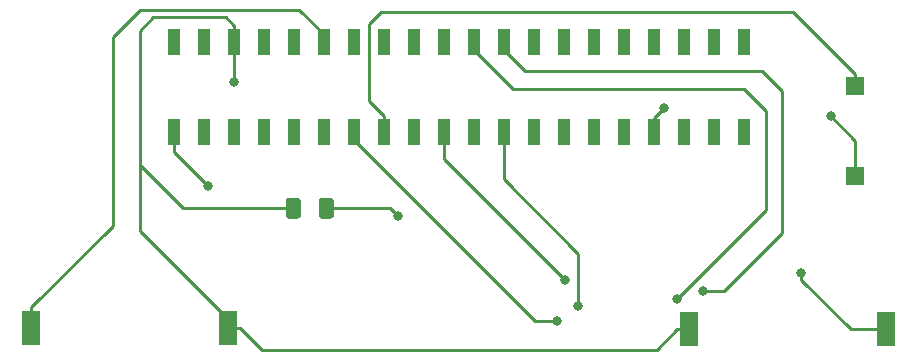
<source format=gbr>
G04 #@! TF.GenerationSoftware,KiCad,Pcbnew,5.0.1+dfsg1-2~bpo9+1*
G04 #@! TF.CreationDate,2018-11-07T17:05:17+00:00*
G04 #@! TF.ProjectId,xmas_zero_bauble,786D61735F7A65726F5F626175626C65,rev?*
G04 #@! TF.SameCoordinates,Original*
G04 #@! TF.FileFunction,Copper,L2,Bot,Signal*
G04 #@! TF.FilePolarity,Positive*
%FSLAX46Y46*%
G04 Gerber Fmt 4.6, Leading zero omitted, Abs format (unit mm)*
G04 Created by KiCad (PCBNEW 5.0.1+dfsg1-2~bpo9+1) date Wed 07 Nov 2018 17:05:17 GMT*
%MOMM*%
%LPD*%
G01*
G04 APERTURE LIST*
G04 #@! TA.AperFunction,SMDPad,CuDef*
%ADD10R,1.000000X2.300000*%
G04 #@! TD*
G04 #@! TA.AperFunction,SMDPad,CuDef*
%ADD11R,1.524000X3.000000*%
G04 #@! TD*
G04 #@! TA.AperFunction,Conductor*
%ADD12C,0.100000*%
G04 #@! TD*
G04 #@! TA.AperFunction,SMDPad,CuDef*
%ADD13C,1.250000*%
G04 #@! TD*
G04 #@! TA.AperFunction,SMDPad,CuDef*
%ADD14R,1.524000X1.524000*%
G04 #@! TD*
G04 #@! TA.AperFunction,ViaPad*
%ADD15C,0.800000*%
G04 #@! TD*
G04 #@! TA.AperFunction,Conductor*
%ADD16C,0.250000*%
G04 #@! TD*
G04 APERTURE END LIST*
D10*
G04 #@! TO.P,J1,1*
G04 #@! TO.N,Net-(J1-Pad1)*
X166093121Y-68360940D03*
G04 #@! TO.P,J1,2*
G04 #@! TO.N,Net-(J1-Pad2)*
X166093121Y-60740940D03*
G04 #@! TO.P,J1,3*
G04 #@! TO.N,Net-(J1-Pad3)*
X168633121Y-68360940D03*
G04 #@! TO.P,J1,4*
G04 #@! TO.N,Net-(J1-Pad4)*
X168633121Y-60740940D03*
G04 #@! TO.P,J1,5*
G04 #@! TO.N,Net-(J1-Pad5)*
X171173121Y-68360940D03*
G04 #@! TO.P,J1,6*
G04 #@! TO.N,Net-(J1-Pad6)*
X171173121Y-60740940D03*
G04 #@! TO.P,J1,7*
G04 #@! TO.N,Net-(J1-Pad7)*
X173713121Y-68360940D03*
G04 #@! TO.P,J1,8*
G04 #@! TO.N,Net-(J1-Pad8)*
X173713121Y-60740940D03*
G04 #@! TO.P,J1,9*
G04 #@! TO.N,Net-(J1-Pad9)*
X176253121Y-68360940D03*
G04 #@! TO.P,J1,10*
G04 #@! TO.N,Net-(J1-Pad10)*
X176253121Y-60740940D03*
G04 #@! TO.P,J1,11*
G04 #@! TO.N,Net-(J1-Pad11)*
X178793121Y-68360940D03*
G04 #@! TO.P,J1,12*
G04 #@! TO.N,Net-(J1-Pad12)*
X178793121Y-60740940D03*
G04 #@! TO.P,J1,13*
G04 #@! TO.N,Net-(J1-Pad13)*
X181333121Y-68360940D03*
G04 #@! TO.P,J1,14*
G04 #@! TO.N,Net-(J1-Pad14)*
X181333121Y-60740940D03*
G04 #@! TO.P,J1,15*
G04 #@! TO.N,Net-(J1-Pad15)*
X183873121Y-68360940D03*
G04 #@! TO.P,J1,16*
G04 #@! TO.N,Net-(J1-Pad16)*
X183873121Y-60740940D03*
G04 #@! TO.P,J1,17*
G04 #@! TO.N,Net-(J1-Pad17)*
X186413121Y-68360940D03*
G04 #@! TO.P,J1,18*
G04 #@! TO.N,Net-(J1-Pad18)*
X186413121Y-60740940D03*
G04 #@! TO.P,J1,19*
G04 #@! TO.N,Net-(J1-Pad19)*
X188953121Y-68360940D03*
G04 #@! TO.P,J1,20*
G04 #@! TO.N,Net-(J1-Pad20)*
X188953121Y-60740940D03*
G04 #@! TO.P,J1,21*
G04 #@! TO.N,Net-(J1-Pad21)*
X191493121Y-68360940D03*
G04 #@! TO.P,J1,22*
G04 #@! TO.N,Net-(J1-Pad22)*
X191493121Y-60740940D03*
G04 #@! TO.P,J1,23*
G04 #@! TO.N,Net-(J1-Pad23)*
X194033121Y-68360940D03*
G04 #@! TO.P,J1,24*
G04 #@! TO.N,Net-(J1-Pad24)*
X194033121Y-60740940D03*
G04 #@! TO.P,J1,25*
G04 #@! TO.N,Net-(J1-Pad25)*
X196573121Y-68360940D03*
G04 #@! TO.P,J1,26*
G04 #@! TO.N,Net-(J1-Pad26)*
X196573121Y-60740940D03*
G04 #@! TO.P,J1,27*
G04 #@! TO.N,Net-(J1-Pad27)*
X199113121Y-68360940D03*
G04 #@! TO.P,J1,28*
G04 #@! TO.N,Net-(J1-Pad28)*
X199113121Y-60740940D03*
G04 #@! TO.P,J1,29*
G04 #@! TO.N,Net-(J1-Pad29)*
X201653121Y-68360940D03*
G04 #@! TO.P,J1,30*
G04 #@! TO.N,Net-(J1-Pad30)*
X201653121Y-60740940D03*
G04 #@! TO.P,J1,31*
G04 #@! TO.N,Net-(J1-Pad31)*
X204193121Y-68360940D03*
G04 #@! TO.P,J1,32*
G04 #@! TO.N,Net-(J1-Pad32)*
X204193121Y-60740940D03*
G04 #@! TO.P,J1,33*
G04 #@! TO.N,Net-(J1-Pad33)*
X206733121Y-68360940D03*
G04 #@! TO.P,J1,34*
G04 #@! TO.N,Net-(J1-Pad34)*
X206733121Y-60740940D03*
G04 #@! TO.P,J1,35*
G04 #@! TO.N,Net-(J1-Pad35)*
X209273121Y-68360940D03*
G04 #@! TO.P,J1,36*
G04 #@! TO.N,Net-(J1-Pad36)*
X209273121Y-60740940D03*
G04 #@! TO.P,J1,37*
G04 #@! TO.N,Net-(J1-Pad37)*
X211813121Y-68360940D03*
G04 #@! TO.P,J1,38*
G04 #@! TO.N,Net-(J1-Pad38)*
X211813121Y-60740940D03*
G04 #@! TO.P,J1,39*
G04 #@! TO.N,Net-(J1-Pad39)*
X214353121Y-68360940D03*
G04 #@! TO.P,J1,40*
G04 #@! TO.N,Net-(J1-Pad40)*
X214353121Y-60740940D03*
G04 #@! TD*
D11*
G04 #@! TO.P,LS2,2*
G04 #@! TO.N,Net-(J1-Pad6)*
X170682000Y-84936500D03*
G04 #@! TO.P,LS2,1*
G04 #@! TO.N,Net-(J1-Pad12)*
X153981500Y-84936500D03*
G04 #@! TD*
G04 #@! TO.P,LS1,1*
G04 #@! TO.N,Net-(J1-Pad33)*
X226418500Y-85063500D03*
G04 #@! TO.P,LS1,2*
G04 #@! TO.N,Net-(J1-Pad6)*
X209718000Y-85063500D03*
G04 #@! TD*
D12*
G04 #@! TO.N,Net-(R1-Pad1)*
G04 #@! TO.C,R1*
G36*
X179399504Y-73926204D02*
X179423773Y-73929804D01*
X179447571Y-73935765D01*
X179470671Y-73944030D01*
X179492849Y-73954520D01*
X179513893Y-73967133D01*
X179533598Y-73981747D01*
X179551777Y-73998223D01*
X179568253Y-74016402D01*
X179582867Y-74036107D01*
X179595480Y-74057151D01*
X179605970Y-74079329D01*
X179614235Y-74102429D01*
X179620196Y-74126227D01*
X179623796Y-74150496D01*
X179625000Y-74175000D01*
X179625000Y-75425000D01*
X179623796Y-75449504D01*
X179620196Y-75473773D01*
X179614235Y-75497571D01*
X179605970Y-75520671D01*
X179595480Y-75542849D01*
X179582867Y-75563893D01*
X179568253Y-75583598D01*
X179551777Y-75601777D01*
X179533598Y-75618253D01*
X179513893Y-75632867D01*
X179492849Y-75645480D01*
X179470671Y-75655970D01*
X179447571Y-75664235D01*
X179423773Y-75670196D01*
X179399504Y-75673796D01*
X179375000Y-75675000D01*
X178625000Y-75675000D01*
X178600496Y-75673796D01*
X178576227Y-75670196D01*
X178552429Y-75664235D01*
X178529329Y-75655970D01*
X178507151Y-75645480D01*
X178486107Y-75632867D01*
X178466402Y-75618253D01*
X178448223Y-75601777D01*
X178431747Y-75583598D01*
X178417133Y-75563893D01*
X178404520Y-75542849D01*
X178394030Y-75520671D01*
X178385765Y-75497571D01*
X178379804Y-75473773D01*
X178376204Y-75449504D01*
X178375000Y-75425000D01*
X178375000Y-74175000D01*
X178376204Y-74150496D01*
X178379804Y-74126227D01*
X178385765Y-74102429D01*
X178394030Y-74079329D01*
X178404520Y-74057151D01*
X178417133Y-74036107D01*
X178431747Y-74016402D01*
X178448223Y-73998223D01*
X178466402Y-73981747D01*
X178486107Y-73967133D01*
X178507151Y-73954520D01*
X178529329Y-73944030D01*
X178552429Y-73935765D01*
X178576227Y-73929804D01*
X178600496Y-73926204D01*
X178625000Y-73925000D01*
X179375000Y-73925000D01*
X179399504Y-73926204D01*
X179399504Y-73926204D01*
G37*
D13*
G04 #@! TD*
G04 #@! TO.P,R1,1*
G04 #@! TO.N,Net-(R1-Pad1)*
X179000000Y-74800000D03*
D12*
G04 #@! TO.N,Net-(J1-Pad6)*
G04 #@! TO.C,R1*
G36*
X176599504Y-73926204D02*
X176623773Y-73929804D01*
X176647571Y-73935765D01*
X176670671Y-73944030D01*
X176692849Y-73954520D01*
X176713893Y-73967133D01*
X176733598Y-73981747D01*
X176751777Y-73998223D01*
X176768253Y-74016402D01*
X176782867Y-74036107D01*
X176795480Y-74057151D01*
X176805970Y-74079329D01*
X176814235Y-74102429D01*
X176820196Y-74126227D01*
X176823796Y-74150496D01*
X176825000Y-74175000D01*
X176825000Y-75425000D01*
X176823796Y-75449504D01*
X176820196Y-75473773D01*
X176814235Y-75497571D01*
X176805970Y-75520671D01*
X176795480Y-75542849D01*
X176782867Y-75563893D01*
X176768253Y-75583598D01*
X176751777Y-75601777D01*
X176733598Y-75618253D01*
X176713893Y-75632867D01*
X176692849Y-75645480D01*
X176670671Y-75655970D01*
X176647571Y-75664235D01*
X176623773Y-75670196D01*
X176599504Y-75673796D01*
X176575000Y-75675000D01*
X175825000Y-75675000D01*
X175800496Y-75673796D01*
X175776227Y-75670196D01*
X175752429Y-75664235D01*
X175729329Y-75655970D01*
X175707151Y-75645480D01*
X175686107Y-75632867D01*
X175666402Y-75618253D01*
X175648223Y-75601777D01*
X175631747Y-75583598D01*
X175617133Y-75563893D01*
X175604520Y-75542849D01*
X175594030Y-75520671D01*
X175585765Y-75497571D01*
X175579804Y-75473773D01*
X175576204Y-75449504D01*
X175575000Y-75425000D01*
X175575000Y-74175000D01*
X175576204Y-74150496D01*
X175579804Y-74126227D01*
X175585765Y-74102429D01*
X175594030Y-74079329D01*
X175604520Y-74057151D01*
X175617133Y-74036107D01*
X175631747Y-74016402D01*
X175648223Y-73998223D01*
X175666402Y-73981747D01*
X175686107Y-73967133D01*
X175707151Y-73954520D01*
X175729329Y-73944030D01*
X175752429Y-73935765D01*
X175776227Y-73929804D01*
X175800496Y-73926204D01*
X175825000Y-73925000D01*
X176575000Y-73925000D01*
X176599504Y-73926204D01*
X176599504Y-73926204D01*
G37*
D13*
G04 #@! TD*
G04 #@! TO.P,R1,2*
G04 #@! TO.N,Net-(J1-Pad6)*
X176200000Y-74800000D03*
D14*
G04 #@! TO.P,SW1,1*
G04 #@! TO.N,Net-(J1-Pad6)*
X223800000Y-72110000D03*
G04 #@! TO.P,SW1,2*
G04 #@! TO.N,Net-(J1-Pad15)*
X223800000Y-64490000D03*
G04 #@! TD*
D15*
G04 #@! TO.N,Net-(J1-Pad1)*
X168965880Y-72882760D03*
G04 #@! TO.N,Net-(J1-Pad6)*
X171175680Y-64114680D03*
X221700000Y-67000000D03*
G04 #@! TO.N,Net-(J1-Pad13)*
X198490840Y-84366100D03*
G04 #@! TO.N,Net-(J1-Pad19)*
X199186800Y-80850740D03*
G04 #@! TO.N,Net-(J1-Pad22)*
X208686400Y-82506820D03*
G04 #@! TO.N,Net-(J1-Pad23)*
X200324720Y-83103720D03*
G04 #@! TO.N,Net-(J1-Pad24)*
X210891120Y-81818480D03*
G04 #@! TO.N,Net-(J1-Pad33)*
X207600000Y-66300000D03*
X219200000Y-80300000D03*
G04 #@! TO.N,Net-(R1-Pad1)*
X185100000Y-75500000D03*
G04 #@! TD*
D16*
G04 #@! TO.N,Net-(J1-Pad1)*
X166093121Y-70010001D02*
X168965880Y-72882760D01*
X166093121Y-68360940D02*
X166093121Y-70010001D01*
G04 #@! TO.N,Net-(J1-Pad6)*
X171173121Y-59340940D02*
X170473161Y-58640980D01*
X171173121Y-60740940D02*
X171173121Y-59340940D01*
X170473161Y-58640980D02*
X164317680Y-58640980D01*
X164317680Y-58640980D02*
X163195000Y-59763660D01*
X171175680Y-60743499D02*
X171173121Y-60740940D01*
X171175680Y-64114680D02*
X171175680Y-60743499D01*
X163195000Y-59763660D02*
X163195000Y-70495160D01*
X163195000Y-70495160D02*
X163195000Y-71101760D01*
X208706000Y-85063500D02*
X206969500Y-86800000D01*
X209718000Y-85063500D02*
X208706000Y-85063500D01*
X171694000Y-84936500D02*
X170682000Y-84936500D01*
X173557500Y-86800000D02*
X171694000Y-84936500D01*
X206969500Y-86800000D02*
X173557500Y-86800000D01*
X170682000Y-84198500D02*
X170682000Y-84936500D01*
X163195000Y-76711500D02*
X170682000Y-84198500D01*
X163195000Y-71101760D02*
X163195000Y-76711500D01*
X223800000Y-69100000D02*
X221700000Y-67000000D01*
X223800000Y-72110000D02*
X223800000Y-69100000D01*
X166893240Y-74800000D02*
X163195000Y-71101760D01*
X176200000Y-74800000D02*
X166893240Y-74800000D01*
G04 #@! TO.N,Net-(J1-Pad12)*
X153981500Y-83186500D02*
X160900000Y-76268000D01*
X153981500Y-84936500D02*
X153981500Y-83186500D01*
X160900000Y-76268000D02*
X160900000Y-60300000D01*
X160900000Y-60300000D02*
X163200000Y-58000000D01*
X178793121Y-60090940D02*
X178793121Y-60740940D01*
X176702181Y-58000000D02*
X178793121Y-60090940D01*
X163200000Y-58000000D02*
X176702181Y-58000000D01*
G04 #@! TO.N,Net-(J1-Pad13)*
X181333121Y-68360940D02*
X181333121Y-69010940D01*
X181333121Y-69010940D02*
X196688281Y-84366100D01*
X196688281Y-84366100D02*
X197338281Y-84366100D01*
X197338281Y-84366100D02*
X198490840Y-84366100D01*
G04 #@! TO.N,Net-(J1-Pad15)*
X223800000Y-63478000D02*
X218522000Y-58200000D01*
X223800000Y-64490000D02*
X223800000Y-63478000D01*
X218522000Y-58200000D02*
X183600000Y-58200000D01*
X183600000Y-58200000D02*
X182600000Y-59200000D01*
X183873121Y-66960940D02*
X183873121Y-68360940D01*
X182600000Y-65687819D02*
X183873121Y-66960940D01*
X182600000Y-59200000D02*
X182600000Y-65687819D01*
G04 #@! TO.N,Net-(J1-Pad19)*
X188953121Y-70617061D02*
X199186800Y-80850740D01*
X188953121Y-68360940D02*
X188953121Y-70617061D01*
G04 #@! TO.N,Net-(J1-Pad22)*
X191493121Y-61390940D02*
X194836621Y-64734440D01*
X191493121Y-60740940D02*
X191493121Y-61390940D01*
X194836621Y-64734440D02*
X214383620Y-64734440D01*
X214383620Y-64734440D02*
X216214960Y-66565780D01*
X216214960Y-74978260D02*
X208686400Y-82506820D01*
X216214960Y-66565780D02*
X216214960Y-74978260D01*
G04 #@! TO.N,Net-(J1-Pad23)*
X194033121Y-68360940D02*
X194033121Y-72359501D01*
X200324720Y-78651100D02*
X200324720Y-83103720D01*
X194033121Y-72359501D02*
X200324720Y-78651100D01*
G04 #@! TO.N,Net-(J1-Pad24)*
X194033121Y-61390940D02*
X195786581Y-63144400D01*
X194033121Y-60740940D02*
X194033121Y-61390940D01*
X195786581Y-63144400D02*
X215897460Y-63144400D01*
X215897460Y-63144400D02*
X217606880Y-64853820D01*
X217606880Y-64853820D02*
X217606880Y-76908660D01*
X212697060Y-81818480D02*
X210891120Y-81818480D01*
X217606880Y-76908660D02*
X212697060Y-81818480D01*
G04 #@! TO.N,Net-(J1-Pad33)*
X206733121Y-67166879D02*
X207600000Y-66300000D01*
X206733121Y-68360940D02*
X206733121Y-67166879D01*
X225406500Y-85063500D02*
X226418500Y-85063500D01*
X219200000Y-80865685D02*
X223397815Y-85063500D01*
X223397815Y-85063500D02*
X225406500Y-85063500D01*
X219200000Y-80300000D02*
X219200000Y-80865685D01*
G04 #@! TO.N,Net-(R1-Pad1)*
X184400000Y-74800000D02*
X185100000Y-75500000D01*
X179000000Y-74800000D02*
X184400000Y-74800000D01*
G04 #@! TD*
M02*

</source>
